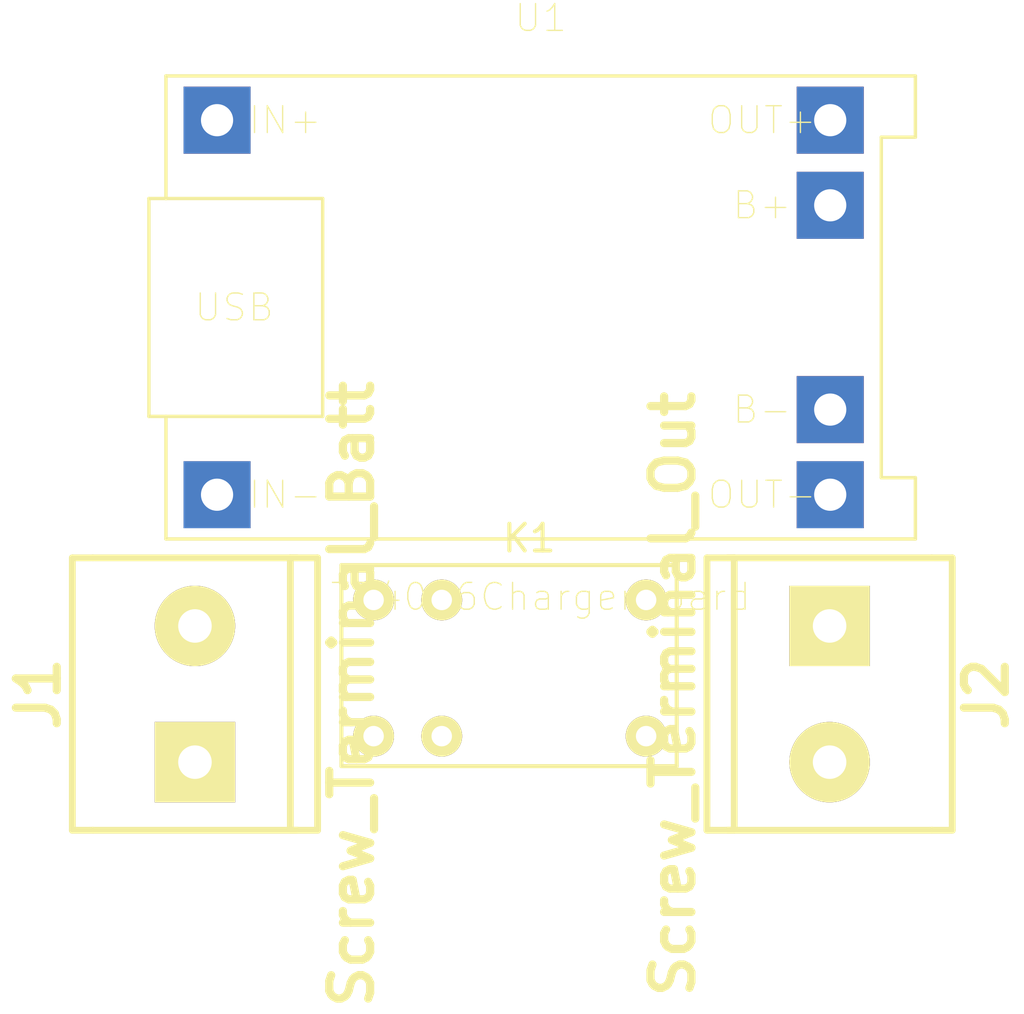
<source format=kicad_pcb>
(kicad_pcb (version 20171130) (host pcbnew 5.0.2-bee76a0~70~ubuntu18.04.1)

  (general
    (thickness 1.6)
    (drawings 0)
    (tracks 0)
    (zones 0)
    (modules 4)
    (nets 7)
  )

  (page A4)
  (layers
    (0 F.Cu signal)
    (31 B.Cu signal)
    (32 B.Adhes user)
    (33 F.Adhes user)
    (34 B.Paste user)
    (35 F.Paste user)
    (36 B.SilkS user)
    (37 F.SilkS user)
    (38 B.Mask user)
    (39 F.Mask user)
    (40 Dwgs.User user)
    (41 Cmts.User user)
    (42 Eco1.User user)
    (43 Eco2.User user)
    (44 Edge.Cuts user)
    (45 Margin user)
    (46 B.CrtYd user)
    (47 F.CrtYd user)
    (48 B.Fab user)
    (49 F.Fab user)
  )

  (setup
    (last_trace_width 0.25)
    (trace_clearance 0.2)
    (zone_clearance 0.508)
    (zone_45_only no)
    (trace_min 0.2)
    (segment_width 0.2)
    (edge_width 0.15)
    (via_size 0.8)
    (via_drill 0.4)
    (via_min_size 0.4)
    (via_min_drill 0.3)
    (uvia_size 0.3)
    (uvia_drill 0.1)
    (uvias_allowed no)
    (uvia_min_size 0.2)
    (uvia_min_drill 0.1)
    (pcb_text_width 0.3)
    (pcb_text_size 1.5 1.5)
    (mod_edge_width 0.15)
    (mod_text_size 1 1)
    (mod_text_width 0.15)
    (pad_size 1.524 1.524)
    (pad_drill 0.762)
    (pad_to_mask_clearance 0.051)
    (solder_mask_min_width 0.25)
    (aux_axis_origin 0 0)
    (visible_elements FFFFFF7F)
    (pcbplotparams
      (layerselection 0x010fc_ffffffff)
      (usegerberextensions false)
      (usegerberattributes false)
      (usegerberadvancedattributes false)
      (creategerberjobfile false)
      (excludeedgelayer true)
      (linewidth 0.400000)
      (plotframeref false)
      (viasonmask false)
      (mode 1)
      (useauxorigin false)
      (hpglpennumber 1)
      (hpglpenspeed 20)
      (hpglpendiameter 15.000000)
      (psnegative false)
      (psa4output false)
      (plotreference true)
      (plotvalue true)
      (plotinvisibletext false)
      (padsonsilk false)
      (subtractmaskfromsilk false)
      (outputformat 1)
      (mirror false)
      (drillshape 1)
      (scaleselection 1)
      (outputdirectory ""))
  )

  (net 0 "")
  (net 1 "Net-(J1-Pad2)")
  (net 2 "Net-(J1-Pad1)")
  (net 3 "Net-(J2-Pad1)")
  (net 4 GND)
  (net 5 "Net-(K1-Pad7)")
  (net 6 +5V)

  (net_class Default "This is the default net class."
    (clearance 0.2)
    (trace_width 0.25)
    (via_dia 0.8)
    (via_drill 0.4)
    (uvia_dia 0.3)
    (uvia_drill 0.1)
    (add_net +5V)
    (add_net GND)
    (add_net "Net-(J1-Pad1)")
    (add_net "Net-(J1-Pad2)")
    (add_net "Net-(J2-Pad1)")
    (add_net "Net-(K1-Pad7)")
  )

  (module w_conn_screw:mors_2p (layer F.Cu) (tedit 0) (tstamp 5C6AC896)
    (at 113.99 104.52 90)
    (descr "Terminal block 2 pins")
    (tags DEV)
    (path /5C6391AA)
    (fp_text reference J1 (at 0 -5.842 90) (layer F.SilkS)
      (effects (font (size 1.524 1.524) (thickness 0.3048)))
    )
    (fp_text value Screw_Terminal_Batt (at 0 5.842 90) (layer F.SilkS)
      (effects (font (size 1.524 1.524) (thickness 0.3048)))
    )
    (fp_line (start -5.08 -3.81) (end -5.08 3.81) (layer F.SilkS) (width 0.254))
    (fp_line (start 5.08 3.81) (end 5.08 -3.81) (layer F.SilkS) (width 0.254))
    (fp_line (start 5.08 3.556) (end 5.08 4.572) (layer F.SilkS) (width 0.254))
    (fp_line (start -5.08 3.556) (end 5.08 3.556) (layer F.SilkS) (width 0.254))
    (fp_line (start -5.08 4.572) (end -5.08 3.556) (layer F.SilkS) (width 0.254))
    (fp_line (start 5.08 4.572) (end -5.08 4.572) (layer F.SilkS) (width 0.254))
    (fp_line (start -5.08 -4.572) (end -5.08 -3.81) (layer F.SilkS) (width 0.254))
    (fp_line (start 5.08 -4.572) (end -5.08 -4.572) (layer F.SilkS) (width 0.254))
    (fp_line (start 5.08 -3.81) (end 5.08 -4.572) (layer F.SilkS) (width 0.254))
    (pad 2 thru_hole circle (at 2.54 0 90) (size 2.99974 2.99974) (drill 1.24968) (layers *.Cu *.Mask F.SilkS)
      (net 1 "Net-(J1-Pad2)"))
    (pad 1 thru_hole rect (at -2.54 0 90) (size 2.99974 2.99974) (drill 1.24968) (layers *.Cu *.Mask F.SilkS)
      (net 2 "Net-(J1-Pad1)"))
    (model walter/conn_screw/mors_2p.wrl
      (at (xyz 0 0 0))
      (scale (xyz 1 1 1))
      (rotate (xyz 0 0 0))
    )
  )

  (module w_conn_screw:mors_2p (layer F.Cu) (tedit 0) (tstamp 5C6AC8A5)
    (at 137.65 104.52 270)
    (descr "Terminal block 2 pins")
    (tags DEV)
    (path /5C638E46)
    (fp_text reference J2 (at 0 -5.842 270) (layer F.SilkS)
      (effects (font (size 1.524 1.524) (thickness 0.3048)))
    )
    (fp_text value Screw_Terminal_Out (at 0 5.842 270) (layer F.SilkS)
      (effects (font (size 1.524 1.524) (thickness 0.3048)))
    )
    (fp_line (start 5.08 -3.81) (end 5.08 -4.572) (layer F.SilkS) (width 0.254))
    (fp_line (start 5.08 -4.572) (end -5.08 -4.572) (layer F.SilkS) (width 0.254))
    (fp_line (start -5.08 -4.572) (end -5.08 -3.81) (layer F.SilkS) (width 0.254))
    (fp_line (start 5.08 4.572) (end -5.08 4.572) (layer F.SilkS) (width 0.254))
    (fp_line (start -5.08 4.572) (end -5.08 3.556) (layer F.SilkS) (width 0.254))
    (fp_line (start -5.08 3.556) (end 5.08 3.556) (layer F.SilkS) (width 0.254))
    (fp_line (start 5.08 3.556) (end 5.08 4.572) (layer F.SilkS) (width 0.254))
    (fp_line (start 5.08 3.81) (end 5.08 -3.81) (layer F.SilkS) (width 0.254))
    (fp_line (start -5.08 -3.81) (end -5.08 3.81) (layer F.SilkS) (width 0.254))
    (pad 1 thru_hole rect (at -2.54 0 270) (size 2.99974 2.99974) (drill 1.24968) (layers *.Cu *.Mask F.SilkS)
      (net 3 "Net-(J2-Pad1)"))
    (pad 2 thru_hole circle (at 2.54 0 270) (size 2.99974 2.99974) (drill 1.24968) (layers *.Cu *.Mask F.SilkS)
      (net 4 GND))
    (model walter/conn_screw/mors_2p.wrl
      (at (xyz 0 0 0))
      (scale (xyz 1 1 1))
      (rotate (xyz 0 0 0))
    )
  )

  (module JRC:JRC-23F (layer F.Cu) (tedit 5ABDF9EE) (tstamp 5C6ACAF5)
    (at 125.95 103.71)
    (path /5C638B05)
    (fp_text reference K1 (at 0.5 -5) (layer F.SilkS)
      (effects (font (size 1 1) (thickness 0.15)))
    )
    (fp_text value JRC-23F (at -0.5 -0.5) (layer F.Fab)
      (effects (font (size 1 1) (thickness 0.15)))
    )
    (fp_line (start -6.5 -4) (end 6 -4) (layer F.SilkS) (width 0.15))
    (fp_line (start 6 -4) (end 6 3.5) (layer F.SilkS) (width 0.15))
    (fp_line (start 6 3.5) (end -6.5 3.5) (layer F.SilkS) (width 0.15))
    (fp_line (start -6.5 3.5) (end -6.5 -4) (layer F.SilkS) (width 0.15))
    (pad 9 thru_hole circle (at -5.3 -2.7) (size 1.524 1.524) (drill 0.762) (layers *.Cu *.Mask F.SilkS)
      (net 3 "Net-(J2-Pad1)"))
    (pad 8 thru_hole circle (at -2.76 -2.7) (size 1.524 1.524) (drill 0.762) (layers *.Cu *.Mask F.SilkS)
      (net 4 GND))
    (pad 7 thru_hole circle (at 4.86 -2.7) (size 1.524 1.524) (drill 0.762) (layers *.Cu *.Mask F.SilkS)
      (net 5 "Net-(K1-Pad7)"))
    (pad 6 thru_hole circle (at 4.86 2.38) (size 1.524 1.524) (drill 0.762) (layers *.Cu *.Mask F.SilkS)
      (net 6 +5V))
    (pad 2 thru_hole circle (at -2.76 2.38) (size 1.524 1.524) (drill 0.762) (layers *.Cu *.Mask F.SilkS)
      (net 6 +5V))
    (pad 1 thru_hole circle (at -5.3 2.38) (size 1.524 1.524) (drill 0.762) (layers *.Cu *.Mask F.SilkS))
  )

  (module TP4056ChargingBoard:TP4056ChargingBoard (layer F.Cu) (tedit 5C6A8DEB) (tstamp 5C6AC8D3)
    (at 126.878501 90.099501)
    (descr "<b>Protected Lithium Battery 5V Charger</b> with micro-USB connector")
    (path /5C6A8A4B)
    (fp_text reference U1 (at 0 -10.795) (layer F.SilkS)
      (effects (font (size 1 1) (thickness 0.05)))
    )
    (fp_text value TP4056ChargerBoard (at 0 10.795) (layer F.SilkS)
      (effects (font (size 1 1) (thickness 0.05)))
    )
    (fp_line (start -13.97 -8.636) (end 13.97 -8.636) (layer F.SilkS) (width 0.127))
    (fp_line (start 13.97 8.636) (end -13.97 8.636) (layer F.SilkS) (width 0.127))
    (fp_text user IN+ (at -9.525 -6.985) (layer F.SilkS)
      (effects (font (size 1 1) (thickness 0.05)))
    )
    (fp_text user IN- (at -9.525 6.985) (layer F.SilkS)
      (effects (font (size 1 1) (thickness 0.05)))
    )
    (fp_text user B+ (at 8.255 -3.81) (layer F.SilkS)
      (effects (font (size 1 1) (thickness 0.05)))
    )
    (fp_text user B- (at 8.255 3.81) (layer F.SilkS)
      (effects (font (size 1 1) (thickness 0.05)))
    )
    (fp_line (start -13.97 -8.636) (end -13.97 -4.064) (layer F.SilkS) (width 0.127))
    (fp_line (start -13.97 8.636) (end -13.97 4.064) (layer F.SilkS) (width 0.127))
    (fp_line (start -14.605 -4.064) (end -13.97 -4.064) (layer F.SilkS) (width 0.127))
    (fp_line (start -14.605 4.064) (end -13.97 4.064) (layer F.SilkS) (width 0.127))
    (fp_line (start -13.97 4.064) (end -8.128 4.064) (layer F.SilkS) (width 0.127))
    (fp_line (start -14.605 -4.064) (end -14.605 4.064) (layer F.SilkS) (width 0.127))
    (fp_line (start -8.128 -4.064) (end -8.128 4.064) (layer F.SilkS) (width 0.127))
    (fp_text user USB (at -11.43 0) (layer F.SilkS)
      (effects (font (size 1 1) (thickness 0.05)))
    )
    (fp_line (start 13.97 -8.636) (end 13.97 -6.35) (layer F.SilkS) (width 0.127))
    (fp_line (start 13.97 -6.35) (end 12.7 -6.35) (layer F.SilkS) (width 0.127))
    (fp_line (start 12.7 -6.35) (end 12.7 6.35) (layer F.SilkS) (width 0.127))
    (fp_line (start 12.7 6.35) (end 13.97 6.35) (layer F.SilkS) (width 0.127))
    (fp_line (start 13.97 6.35) (end 13.97 8.636) (layer F.SilkS) (width 0.127))
    (fp_line (start -13.97 -4.064) (end -8.128 -4.064) (layer F.SilkS) (width 0.127))
    (fp_text user OUT+ (at 8.255 -6.985) (layer F.SilkS)
      (effects (font (size 1 1) (thickness 0.05)))
    )
    (fp_text user OUT- (at 8.255 6.985) (layer F.SilkS)
      (effects (font (size 1 1) (thickness 0.05)))
    )
    (pad IN+ thru_hole rect (at -12.065 -6.985) (size 2.5 2.5) (drill 1.2) (layers *.Cu *.Mask)
      (net 6 +5V))
    (pad IN- thru_hole rect (at -12.065 6.985) (size 2.5 2.5) (drill 1.2) (layers *.Cu *.Mask)
      (net 4 GND))
    (pad B+ thru_hole rect (at 10.795 -3.81) (size 2.5 2.5) (drill 1.2) (layers *.Cu *.Mask)
      (net 2 "Net-(J1-Pad1)"))
    (pad B- thru_hole rect (at 10.795 3.81) (size 2.5 2.5) (drill 1.2) (layers *.Cu *.Mask)
      (net 1 "Net-(J1-Pad2)"))
    (pad OUT+ thru_hole rect (at 10.795 -6.985) (size 2.5 2.5) (drill 1.2) (layers *.Cu *.Mask)
      (net 5 "Net-(K1-Pad7)"))
    (pad OUT- thru_hole rect (at 10.795 6.985) (size 2.5 2.5) (drill 1.2) (layers *.Cu *.Mask)
      (net 4 GND))
  )

)

</source>
